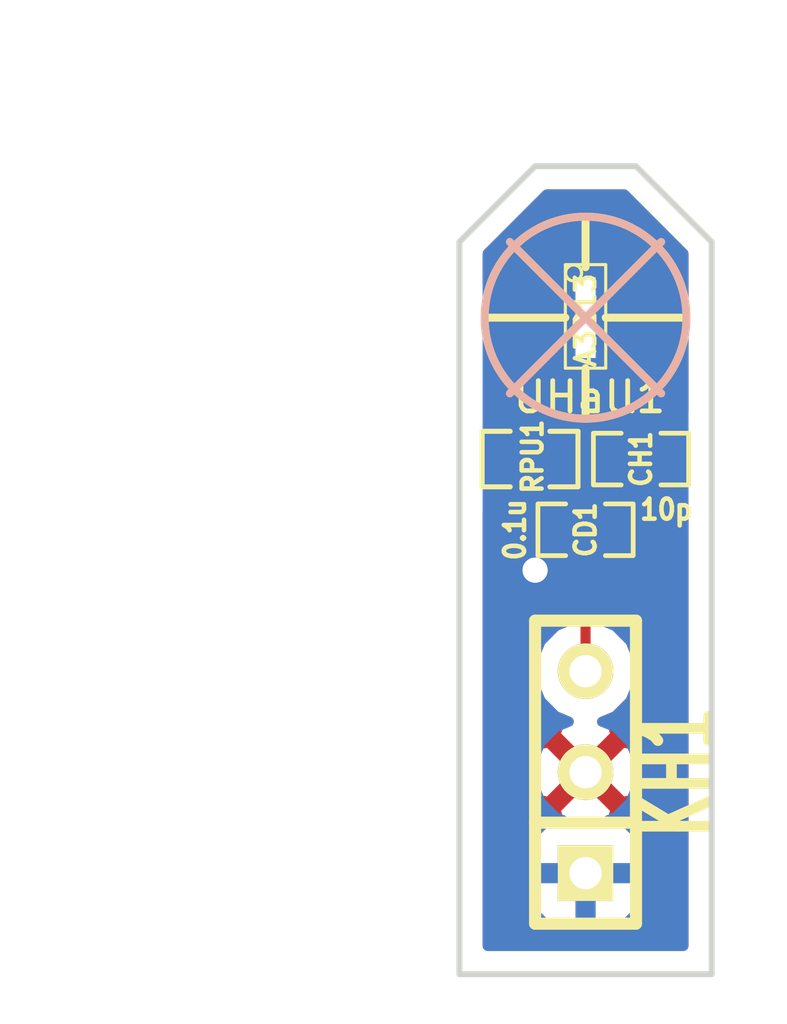
<source format=kicad_pcb>
(kicad_pcb (version 3) (host pcbnew "(2013-mar-25)-stable")

  (general
    (links 9)
    (no_connects 0)
    (area 11.059524 17.610001 30.480001 43.180001)
    (thickness 1.6)
    (drawings 18)
    (tracks 14)
    (zones 0)
    (modules 5)
    (nets 4)
  )

  (page A3)
  (layers
    (15 F.Cu signal)
    (0 B.Cu signal)
    (16 B.Adhes user)
    (17 F.Adhes user)
    (18 B.Paste user)
    (19 F.Paste user)
    (20 B.SilkS user)
    (21 F.SilkS user)
    (22 B.Mask user)
    (23 F.Mask user)
    (24 Dwgs.User user)
    (25 Cmts.User user)
    (26 Eco1.User user)
    (27 Eco2.User user)
    (28 Edge.Cuts user)
  )

  (setup
    (last_trace_width 0.254)
    (trace_clearance 0.254)
    (zone_clearance 0.508)
    (zone_45_only no)
    (trace_min 0.1524)
    (segment_width 0.2)
    (edge_width 0.15)
    (via_size 0.889)
    (via_drill 0.635)
    (via_min_size 0.508)
    (via_min_drill 0.3302)
    (uvia_size 0.508)
    (uvia_drill 0.127)
    (uvias_allowed no)
    (uvia_min_size 0.508)
    (uvia_min_drill 0.127)
    (pcb_text_width 0.3)
    (pcb_text_size 1 1)
    (mod_edge_width 0.15)
    (mod_text_size 1 1)
    (mod_text_width 0.15)
    (pad_size 1 1)
    (pad_drill 0.6)
    (pad_to_mask_clearance 0)
    (aux_axis_origin 25.4 25.4)
    (visible_elements FFFFFFBF)
    (pcbplotparams
      (layerselection 3178497)
      (usegerberextensions true)
      (excludeedgelayer true)
      (linewidth 152400)
      (plotframeref false)
      (viasonmask false)
      (mode 1)
      (useauxorigin false)
      (hpglpennumber 1)
      (hpglpenspeed 20)
      (hpglpendiameter 15)
      (hpglpenoverlay 2)
      (psnegative false)
      (psa4output false)
      (plotreference true)
      (plotvalue true)
      (plotothertext true)
      (plotinvisibletext false)
      (padsonsilk false)
      (subtractmaskfromsilk false)
      (outputformat 1)
      (mirror false)
      (drillshape 1)
      (scaleselection 1)
      (outputdirectory ""))
  )

  (net 0 "")
  (net 1 /hall1)
  (net 2 VCC)
  (net 3 VSS)

  (net_class Default "This is the default net class."
    (clearance 0.254)
    (trace_width 0.254)
    (via_dia 0.889)
    (via_drill 0.635)
    (uvia_dia 0.508)
    (uvia_drill 0.127)
    (add_net "")
    (add_net /hall1)
  )

  (net_class OSHPark_Minimum ""
    (clearance 0.1524)
    (trace_width 0.1524)
    (via_dia 0.508)
    (via_drill 0.3302)
    (uvia_dia 0.508)
    (uvia_drill 0.127)
  )

  (net_class PWR_Nets ""
    (clearance 0.254)
    (trace_width 0.508)
    (via_dia 0.889)
    (via_drill 0.635)
    (uvia_dia 0.508)
    (uvia_drill 0.127)
    (add_net VCC)
    (add_net VSS)
  )

  (module SOT-23W (layer F.Cu) (tedit 5051A6A7) (tstamp 52530253)
    (at 25.4 25.4 270)
    (descr "SZOT23 with PIN 2 and 3 swapped, for Diodes")
    (tags SOT23)
    (path /5246F83F)
    (attr smd)
    (fp_text reference UHall1 (at 1.99898 -0.09906 360) (layer F.SilkS)
      (effects (font (size 0.762 0.762) (thickness 0.11938)))
    )
    (fp_text value A3213 (at 0.0635 0 270) (layer F.SilkS)
      (effects (font (size 0.50038 0.50038) (thickness 0.09906)))
    )
    (fp_circle (center -1.12522 0.29972) (end -1.12522 0.50038) (layer F.SilkS) (width 0.07874))
    (fp_line (start 1.27 -0.508) (end 1.27 0.508) (layer F.SilkS) (width 0.07874))
    (fp_line (start -1.3335 -0.508) (end -1.3335 0.508) (layer F.SilkS) (width 0.07874))
    (fp_line (start 1.27 0.508) (end -1.3335 0.508) (layer F.SilkS) (width 0.07874))
    (fp_line (start -1.3335 -0.508) (end 1.27 -0.508) (layer F.SilkS) (width 0.07874))
    (pad 2 smd rect (at 0 -1.09982 270) (size 0.8001 1.00076)
      (layers F.Cu F.Paste F.Mask)
      (net 3 VSS)
    )
    (pad 3 smd rect (at 0.9525 1.09982 270) (size 0.8001 1.00076)
      (layers F.Cu F.Paste F.Mask)
      (net 1 /hall1)
    )
    (pad 1 smd rect (at -0.9525 1.09982 270) (size 0.8001 1.00076)
      (layers F.Cu F.Paste F.Mask)
      (net 2 VCC)
    )
    (model smd\SOT23_3.wrl
      (at (xyz 0 0 0))
      (scale (xyz 0.4 0.4 0.4))
      (rotate (xyz 0 0 180))
    )
  )

  (module SM0603_Capa (layer F.Cu) (tedit 5252FF90) (tstamp 5252F4F7)
    (at 25.4 30.734)
    (path /5246FEFF)
    (attr smd)
    (fp_text reference CD1 (at 0 0 90) (layer F.SilkS)
      (effects (font (size 0.508 0.4572) (thickness 0.1143)))
    )
    (fp_text value 0.1u (at -1.778 0 90) (layer F.SilkS)
      (effects (font (size 0.508 0.4572) (thickness 0.1143)))
    )
    (fp_line (start 0.50038 0.65024) (end 1.19888 0.65024) (layer F.SilkS) (width 0.11938))
    (fp_line (start -0.50038 0.65024) (end -1.19888 0.65024) (layer F.SilkS) (width 0.11938))
    (fp_line (start 0.50038 -0.65024) (end 1.19888 -0.65024) (layer F.SilkS) (width 0.11938))
    (fp_line (start -1.19888 -0.65024) (end -0.50038 -0.65024) (layer F.SilkS) (width 0.11938))
    (fp_line (start 1.19888 -0.635) (end 1.19888 0.635) (layer F.SilkS) (width 0.11938))
    (fp_line (start -1.19888 0.635) (end -1.19888 -0.635) (layer F.SilkS) (width 0.11938))
    (pad 1 smd rect (at -0.762 0) (size 0.635 1.143)
      (layers F.Cu F.Paste F.Mask)
      (net 2 VCC)
    )
    (pad 2 smd rect (at 0.762 0) (size 0.635 1.143)
      (layers F.Cu F.Paste F.Mask)
      (net 3 VSS)
    )
    (model smd\capacitors\C0603.wrl
      (at (xyz 0 0 0.001))
      (scale (xyz 0.5 0.5 0.5))
      (rotate (xyz 0 0 0))
    )
  )

  (module SM0603_Capa (layer F.Cu) (tedit 5252FF98) (tstamp 5252F503)
    (at 26.797 28.956)
    (path /5246FF1E)
    (attr smd)
    (fp_text reference CH1 (at 0 0 90) (layer F.SilkS)
      (effects (font (size 0.508 0.4572) (thickness 0.1143)))
    )
    (fp_text value 10p (at 0.635 1.27) (layer F.SilkS)
      (effects (font (size 0.508 0.4572) (thickness 0.1143)))
    )
    (fp_line (start 0.50038 0.65024) (end 1.19888 0.65024) (layer F.SilkS) (width 0.11938))
    (fp_line (start -0.50038 0.65024) (end -1.19888 0.65024) (layer F.SilkS) (width 0.11938))
    (fp_line (start 0.50038 -0.65024) (end 1.19888 -0.65024) (layer F.SilkS) (width 0.11938))
    (fp_line (start -1.19888 -0.65024) (end -0.50038 -0.65024) (layer F.SilkS) (width 0.11938))
    (fp_line (start 1.19888 -0.635) (end 1.19888 0.635) (layer F.SilkS) (width 0.11938))
    (fp_line (start -1.19888 0.635) (end -1.19888 -0.635) (layer F.SilkS) (width 0.11938))
    (pad 1 smd rect (at -0.762 0) (size 0.635 1.143)
      (layers F.Cu F.Paste F.Mask)
      (net 1 /hall1)
    )
    (pad 2 smd rect (at 0.762 0) (size 0.635 1.143)
      (layers F.Cu F.Paste F.Mask)
      (net 3 VSS)
    )
    (model smd\capacitors\C0603.wrl
      (at (xyz 0 0 0.001))
      (scale (xyz 0.5 0.5 0.5))
      (rotate (xyz 0 0 0))
    )
  )

  (module SIL-3 (layer F.Cu) (tedit 5253037B) (tstamp 5252F4DF)
    (at 25.4 36.83 90)
    (descr "Connecteur 3 pins")
    (tags "CONN DEV")
    (path /5252F238)
    (fp_text reference KH1 (at 0 2.286 90) (layer F.SilkS)
      (effects (font (size 1.7907 1.07696) (thickness 0.3048)))
    )
    (fp_text value CONN_3 (at 0 -2.54 90) (layer F.SilkS) hide
      (effects (font (size 1.524 1.016) (thickness 0.3048)))
    )
    (fp_line (start -3.81 1.27) (end -3.81 -1.27) (layer F.SilkS) (width 0.3048))
    (fp_line (start -3.81 -1.27) (end 3.81 -1.27) (layer F.SilkS) (width 0.3048))
    (fp_line (start 3.81 -1.27) (end 3.81 1.27) (layer F.SilkS) (width 0.3048))
    (fp_line (start 3.81 1.27) (end -3.81 1.27) (layer F.SilkS) (width 0.3048))
    (fp_line (start -1.27 -1.27) (end -1.27 1.27) (layer F.SilkS) (width 0.3048))
    (pad 1 thru_hole rect (at -2.54 0 90) (size 1.397 1.397) (drill 0.8128)
      (layers *.Cu *.Mask F.SilkS)
      (net 2 VCC)
    )
    (pad 2 thru_hole circle (at 0 0 90) (size 1.397 1.397) (drill 0.8128)
      (layers *.Cu *.Mask F.SilkS)
      (net 3 VSS)
    )
    (pad 3 thru_hole circle (at 2.54 0 90) (size 1.397 1.397) (drill 0.8128)
      (layers *.Cu *.Mask F.SilkS)
      (net 1 /hall1)
    )
  )

  (module SM0603_Resistor (layer F.Cu) (tedit 5252F75A) (tstamp 5252F50F)
    (at 24.003 28.956)
    (path /524CC8C3)
    (attr smd)
    (fp_text reference RPU1 (at 0.0635 -0.0635 90) (layer F.SilkS)
      (effects (font (size 0.50038 0.4572) (thickness 0.1143)))
    )
    (fp_text value CONN_2 (at -1.69926 0 90) (layer F.SilkS) hide
      (effects (font (size 0.508 0.4572) (thickness 0.1143)))
    )
    (fp_line (start -0.50038 -0.6985) (end -1.2065 -0.6985) (layer F.SilkS) (width 0.127))
    (fp_line (start -1.2065 -0.6985) (end -1.2065 0.6985) (layer F.SilkS) (width 0.127))
    (fp_line (start -1.2065 0.6985) (end -0.50038 0.6985) (layer F.SilkS) (width 0.127))
    (fp_line (start 1.2065 -0.6985) (end 0.50038 -0.6985) (layer F.SilkS) (width 0.127))
    (fp_line (start 1.2065 -0.6985) (end 1.2065 0.6985) (layer F.SilkS) (width 0.127))
    (fp_line (start 1.2065 0.6985) (end 0.50038 0.6985) (layer F.SilkS) (width 0.127))
    (pad 1 smd rect (at -0.762 0) (size 0.635 1.143)
      (layers F.Cu F.Paste F.Mask)
      (net 2 VCC)
    )
    (pad 2 smd rect (at 0.762 0) (size 0.635 1.143)
      (layers F.Cu F.Paste F.Mask)
      (net 1 /hall1)
    )
    (model smd\resistors\R0603.wrl
      (at (xyz 0 0 0.001))
      (scale (xyz 0.5 0.5 0.5))
      (rotate (xyz 0 0 0))
    )
  )

  (gr_line (start 25.4 24.13) (end 25.4 22.86) (angle 90) (layer F.SilkS) (width 0.2))
  (gr_line (start 25.4 27.94) (end 25.4 26.67) (angle 90) (layer F.SilkS) (width 0.2))
  (gr_line (start 22.86 25.4) (end 24.892 25.4) (angle 90) (layer F.SilkS) (width 0.2))
  (gr_line (start 27.94 25.4) (end 25.908 25.4) (angle 90) (layer F.SilkS) (width 0.2))
  (gr_line (start 28.575 23.495) (end 28.575 24.765) (angle 90) (layer Edge.Cuts) (width 0.15))
  (gr_line (start 26.67 21.59) (end 28.575 23.495) (angle 90) (layer Edge.Cuts) (width 0.15))
  (gr_line (start 24.13 21.59) (end 26.67 21.59) (angle 90) (layer Edge.Cuts) (width 0.15))
  (gr_line (start 22.225 23.495) (end 24.13 21.59) (angle 90) (layer Edge.Cuts) (width 0.15))
  (gr_line (start 22.225 24.765) (end 22.225 23.495) (angle 90) (layer Edge.Cuts) (width 0.15))
  (dimension 20.32 (width 0.25) (layer Dwgs.User)
    (gr_text "0.8000 in" (at 14.875 31.75 90) (layer Dwgs.User)
      (effects (font (size 1 1) (thickness 0.25)))
    )
    (feature1 (pts (xy 22.225 21.59) (xy 13.875 21.59)))
    (feature2 (pts (xy 22.225 41.91) (xy 13.875 41.91)))
    (crossbar (pts (xy 15.875 41.91) (xy 15.875 21.59)))
    (arrow1a (pts (xy 15.875 21.59) (xy 16.46142 22.716503)))
    (arrow1b (pts (xy 15.875 21.59) (xy 15.28858 22.716503)))
    (arrow2a (pts (xy 15.875 41.91) (xy 16.46142 40.783497)))
    (arrow2b (pts (xy 15.875 41.91) (xy 15.28858 40.783497)))
  )
  (dimension 6.35 (width 0.25) (layer Dwgs.User)
    (gr_text "0.2500 in" (at 25.4 18.685001) (layer Dwgs.User)
      (effects (font (size 1 1) (thickness 0.25)))
    )
    (feature1 (pts (xy 28.575 24.765) (xy 28.575 17.685001)))
    (feature2 (pts (xy 22.225 24.765) (xy 22.225 17.685001)))
    (crossbar (pts (xy 22.225 19.685001) (xy 28.575 19.685001)))
    (arrow1a (pts (xy 28.575 19.685001) (xy 27.448497 20.271421)))
    (arrow1b (pts (xy 28.575 19.685001) (xy 27.448497 19.098581)))
    (arrow2a (pts (xy 22.225 19.685001) (xy 23.351503 20.271421)))
    (arrow2b (pts (xy 22.225 19.685001) (xy 23.351503 19.098581)))
  )
  (gr_line (start 22.225 41.91) (end 22.225 24.765) (angle 90) (layer Edge.Cuts) (width 0.15))
  (gr_line (start 28.575 41.91) (end 22.225 41.91) (angle 90) (layer Edge.Cuts) (width 0.15))
  (gr_line (start 28.575 24.765) (end 28.575 41.91) (angle 90) (layer Edge.Cuts) (width 0.15))
  (gr_line (start 27.305 23.495) (end 23.495 27.305) (angle 90) (layer B.SilkS) (width 0.2))
  (gr_line (start 23.495 23.495) (end 27.305 27.305) (angle 90) (layer B.SilkS) (width 0.2))
  (gr_circle (center 25.4 25.4) (end 27.94 25.4) (layer B.SilkS) (width 0.2))
  (gr_circle (center 25.4 25.4) (end 27.94 25.4) (layer F.SilkS) (width 0.2))

  (segment (start 24.30018 26.3525) (end 24.30018 28.49118) (width 0.254) (layer F.Cu) (net 1))
  (segment (start 24.30018 28.49118) (end 24.765 28.956) (width 0.254) (layer F.Cu) (net 1) (tstamp 52530319))
  (segment (start 25.4 28.956) (end 25.4 34.29) (width 0.254) (layer F.Cu) (net 1))
  (segment (start 24.765 28.956) (end 25.4 28.956) (width 0.254) (layer F.Cu) (net 1))
  (segment (start 25.4 28.956) (end 26.035 28.956) (width 0.254) (layer F.Cu) (net 1) (tstamp 52530015))
  (segment (start 23.241 28.956) (end 23.241 25.50668) (width 0.508) (layer F.Cu) (net 2))
  (segment (start 23.241 25.50668) (end 24.30018 24.4475) (width 0.508) (layer F.Cu) (net 2) (tstamp 52530360))
  (segment (start 24.638 30.734) (end 24.638 31.242) (width 0.508) (layer F.Cu) (net 2))
  (via (at 24.13 31.75) (size 0.889) (layers F.Cu B.Cu) (net 2))
  (segment (start 24.638 31.242) (end 24.13 31.75) (width 0.508) (layer F.Cu) (net 2) (tstamp 525301D7))
  (segment (start 23.241 28.956) (end 23.241 29.337) (width 0.508) (layer F.Cu) (net 2))
  (segment (start 23.241 29.337) (end 24.638 30.734) (width 0.508) (layer F.Cu) (net 2) (tstamp 52530020))
  (segment (start 27.559 28.956) (end 27.559 34.671) (width 0.508) (layer F.Cu) (net 3))
  (segment (start 27.559 34.671) (end 25.4 36.83) (width 0.508) (layer F.Cu) (net 3) (tstamp 5252FFEE))

  (zone (net 3) (net_name VSS) (layer F.Cu) (tstamp 5252F9D5) (hatch edge 0.508)
    (connect_pads (clearance 0.508))
    (min_thickness 0.254)
    (fill (arc_segments 16) (thermal_gap 0.508) (thermal_bridge_width 0.508))
    (polygon
      (pts
        (xy 25.4 20.32) (xy 20.32 20.32) (xy 20.32 43.18) (xy 30.48 43.18) (xy 30.48 20.32)
        (xy 25.4 20.32)
      )
    )
    (filled_polygon
      (pts
        (xy 27.865 41.2) (xy 27.63531 41.2) (xy 27.63531 25.925805) (xy 27.63531 24.874195) (xy 27.538841 24.640721)
        (xy 27.360368 24.461937) (xy 27.127064 24.365061) (xy 26.874445 24.36484) (xy 26.78557 24.36495) (xy 26.62682 24.5237)
        (xy 26.62682 25.273) (xy 27.47645 25.273) (xy 27.6352 25.11425) (xy 27.63531 24.874195) (xy 27.63531 25.925805)
        (xy 27.6352 25.68575) (xy 27.47645 25.527) (xy 26.62682 25.527) (xy 26.62682 26.2763) (xy 26.78557 26.43505)
        (xy 26.874445 26.43516) (xy 27.127064 26.434939) (xy 27.360368 26.338063) (xy 27.538841 26.159279) (xy 27.63531 25.925805)
        (xy 27.63531 41.2) (xy 27.11461 41.2) (xy 27.11461 31.179745) (xy 27.1145 31.01975) (xy 26.95575 30.861)
        (xy 26.289 30.861) (xy 26.289 31.78175) (xy 26.44775 31.9405) (xy 26.605255 31.94061) (xy 26.838729 31.844141)
        (xy 27.017513 31.665668) (xy 27.114389 31.432364) (xy 27.11461 31.179745) (xy 27.11461 41.2) (xy 26.745924 41.2)
        (xy 26.745924 37.02252) (xy 26.717146 36.492802) (xy 26.569798 36.137072) (xy 26.334186 36.075419) (xy 25.579605 36.83)
        (xy 26.334186 37.584581) (xy 26.569798 37.522928) (xy 26.745924 37.02252) (xy 26.745924 41.2) (xy 26.73361 41.2)
        (xy 26.73361 39.942745) (xy 26.73361 38.545745) (xy 26.637141 38.312271) (xy 26.458668 38.133487) (xy 26.225364 38.036611)
        (xy 26.004519 38.036417) (xy 26.092928 37.999798) (xy 26.154581 37.764186) (xy 25.4 37.009605) (xy 25.220395 37.18921)
        (xy 25.220395 36.83) (xy 24.465814 36.075419) (xy 24.230202 36.137072) (xy 24.054076 36.63748) (xy 24.082854 37.167198)
        (xy 24.230202 37.522928) (xy 24.465814 37.584581) (xy 25.220395 36.83) (xy 25.220395 37.18921) (xy 24.645419 37.764186)
        (xy 24.707072 37.999798) (xy 24.811036 38.03639) (xy 24.575745 38.03639) (xy 24.342271 38.132859) (xy 24.163487 38.311332)
        (xy 24.066611 38.544636) (xy 24.06639 38.797255) (xy 24.06639 40.194255) (xy 24.162859 40.427729) (xy 24.341332 40.606513)
        (xy 24.574636 40.703389) (xy 24.827255 40.70361) (xy 26.224255 40.70361) (xy 26.457729 40.607141) (xy 26.636513 40.428668)
        (xy 26.733389 40.195364) (xy 26.73361 39.942745) (xy 26.73361 41.2) (xy 22.935 41.2) (xy 22.935 30.288236)
        (xy 23.500176 30.853412) (xy 23.215378 31.137714) (xy 23.050687 31.534332) (xy 23.050313 31.963784) (xy 23.214311 32.360689)
        (xy 23.517714 32.664622) (xy 23.914332 32.829313) (xy 24.343784 32.829687) (xy 24.638 32.708119) (xy 24.638 33.166461)
        (xy 24.270174 33.533647) (xy 24.066733 34.023587) (xy 24.06627 34.554086) (xy 24.268855 35.04438) (xy 24.643647 35.419826)
        (xy 24.965122 35.553314) (xy 24.707072 35.660202) (xy 24.645419 35.895814) (xy 25.4 36.650395) (xy 26.154581 35.895814)
        (xy 26.092928 35.660202) (xy 25.813683 35.561917) (xy 26.15438 35.421145) (xy 26.529826 35.046353) (xy 26.733267 34.556413)
        (xy 26.73373 34.025914) (xy 26.531145 33.53562) (xy 26.162 33.16583) (xy 26.162 30.587) (xy 26.289 30.587)
        (xy 26.289 30.607) (xy 26.95575 30.607) (xy 27.1145 30.44825) (xy 27.11461 30.288255) (xy 27.114499 30.162095)
        (xy 27.115745 30.16261) (xy 27.27325 30.1625) (xy 27.432 30.00375) (xy 27.432 29.083) (xy 27.412 29.083)
        (xy 27.412 28.829) (xy 27.432 28.829) (xy 27.432 27.90825) (xy 27.27325 27.7495) (xy 27.115745 27.74939)
        (xy 26.882271 27.845859) (xy 26.797007 27.930973) (xy 26.712668 27.846487) (xy 26.479364 27.749611) (xy 26.226745 27.74939)
        (xy 25.591745 27.74939) (xy 25.399815 27.828693) (xy 25.209364 27.749611) (xy 25.06218 27.749482) (xy 25.06218 27.331522)
        (xy 25.159789 27.291191) (xy 25.338573 27.112718) (xy 25.435449 26.879414) (xy 25.43567 26.626795) (xy 25.43567 26.543)
        (xy 25.781 26.543) (xy 25.781 26.396913) (xy 25.872576 26.434939) (xy 26.125195 26.43516) (xy 26.21407 26.43505)
        (xy 26.37282 26.2763) (xy 26.37282 25.527) (xy 26.35282 25.527) (xy 26.35282 25.273) (xy 26.37282 25.273)
        (xy 26.37282 24.5237) (xy 26.21407 24.36495) (xy 26.125195 24.36484) (xy 25.872576 24.365061) (xy 25.781 24.403086)
        (xy 25.781 24.257) (xy 25.43567 24.257) (xy 25.43567 23.921695) (xy 25.339201 23.688221) (xy 25.160728 23.509437)
        (xy 24.927424 23.412561) (xy 24.674805 23.41234) (xy 23.674045 23.41234) (xy 23.440571 23.508809) (xy 23.261787 23.687282)
        (xy 23.164911 23.920586) (xy 23.16469 24.173205) (xy 23.16469 24.325754) (xy 22.935 24.555444) (xy 22.935 23.789091)
        (xy 24.424091 22.3) (xy 26.375908 22.3) (xy 27.865 23.789091) (xy 27.865 24.765) (xy 27.865 27.749485)
        (xy 27.84475 27.7495) (xy 27.686 27.90825) (xy 27.686 28.829) (xy 27.706 28.829) (xy 27.706 29.083)
        (xy 27.686 29.083) (xy 27.686 30.00375) (xy 27.84475 30.1625) (xy 27.865 30.162514) (xy 27.865 41.2)
      )
    )
  )
  (zone (net 2) (net_name VCC) (layer B.Cu) (tstamp 5252F9FF) (hatch edge 0.508)
    (connect_pads (clearance 0.508))
    (min_thickness 0.254)
    (fill (arc_segments 16) (thermal_gap 0.508) (thermal_bridge_width 0.508))
    (polygon
      (pts
        (xy 25.4 20.32) (xy 30.48 20.32) (xy 30.48 43.18) (xy 20.32 43.18) (xy 20.32 20.32)
        (xy 25.4 20.32)
      )
    )
    (filled_polygon
      (pts
        (xy 27.865 41.2) (xy 26.73373 41.2) (xy 26.73373 36.565914) (xy 26.531145 36.07562) (xy 26.156353 35.700174)
        (xy 25.818551 35.559906) (xy 26.15438 35.421145) (xy 26.529826 35.046353) (xy 26.733267 34.556413) (xy 26.73373 34.025914)
        (xy 26.531145 33.53562) (xy 26.156353 33.160174) (xy 25.781 33.004313) (xy 25.781 26.543) (xy 25.781 24.257)
        (xy 25.019 24.257) (xy 25.019 26.543) (xy 25.781 26.543) (xy 25.781 33.004313) (xy 25.666413 32.956733)
        (xy 25.135914 32.95627) (xy 24.64562 33.158855) (xy 24.270174 33.533647) (xy 24.066733 34.023587) (xy 24.06627 34.554086)
        (xy 24.268855 35.04438) (xy 24.643647 35.419826) (xy 24.981448 35.560093) (xy 24.64562 35.698855) (xy 24.270174 36.073647)
        (xy 24.066733 36.563587) (xy 24.06627 37.094086) (xy 24.268855 37.58438) (xy 24.643647 37.959826) (xy 24.828034 38.03639)
        (xy 24.827255 38.03639) (xy 24.574636 38.036611) (xy 24.341332 38.133487) (xy 24.162859 38.312271) (xy 24.06639 38.545745)
        (xy 24.0665 39.08425) (xy 24.22525 39.243) (xy 25.273 39.243) (xy 25.273 39.223) (xy 25.527 39.223)
        (xy 25.527 39.243) (xy 26.57475 39.243) (xy 26.7335 39.08425) (xy 26.73361 38.545745) (xy 26.637141 38.312271)
        (xy 26.458668 38.133487) (xy 26.225364 38.036611) (xy 25.972745 38.03639) (xy 25.972272 38.03639) (xy 26.15438 37.961145)
        (xy 26.529826 37.586353) (xy 26.733267 37.096413) (xy 26.73373 36.565914) (xy 26.73373 41.2) (xy 26.73361 41.2)
        (xy 26.73361 40.194255) (xy 26.7335 39.65575) (xy 26.57475 39.497) (xy 25.527 39.497) (xy 25.527 40.54475)
        (xy 25.68575 40.7035) (xy 25.972745 40.70361) (xy 26.225364 40.703389) (xy 26.458668 40.606513) (xy 26.637141 40.427729)
        (xy 26.73361 40.194255) (xy 26.73361 41.2) (xy 25.273 41.2) (xy 25.273 40.54475) (xy 25.273 39.497)
        (xy 24.22525 39.497) (xy 24.0665 39.65575) (xy 24.06639 40.194255) (xy 24.162859 40.427729) (xy 24.341332 40.606513)
        (xy 24.574636 40.703389) (xy 24.827255 40.70361) (xy 25.11425 40.7035) (xy 25.273 40.54475) (xy 25.273 41.2)
        (xy 22.935 41.2) (xy 22.935 24.765) (xy 22.935 23.789091) (xy 24.424091 22.3) (xy 26.375908 22.3)
        (xy 27.865 23.789091) (xy 27.865 24.765) (xy 27.865 41.2)
      )
    )
  )
  (zone (net 0) (net_name "") (layer F.Cu) (tstamp 525302B9) (hatch edge 0.508)
    (connect_pads (clearance 0.508))
    (min_thickness 0.254)
    (keepout (tracks allowed) (vias allowed) (copperpour not_allowed))
    (fill (arc_segments 16) (thermal_gap 0.508) (thermal_bridge_width 0.508))
    (polygon
      (pts
        (xy 25.654 26.416) (xy 25.146 26.416) (xy 25.146 24.384) (xy 25.654 24.384)
      )
    )
  )
  (zone (net 0) (net_name "") (layer B.Cu) (tstamp 525302CF) (hatch edge 0.508)
    (connect_pads (clearance 0.508))
    (min_thickness 0.254)
    (keepout (tracks allowed) (vias allowed) (copperpour not_allowed))
    (fill (arc_segments 16) (thermal_gap 0.508) (thermal_bridge_width 0.508))
    (polygon
      (pts
        (xy 25.654 26.416) (xy 25.146 26.416) (xy 25.146 24.384) (xy 25.654 24.384)
      )
    )
  )
)

</source>
